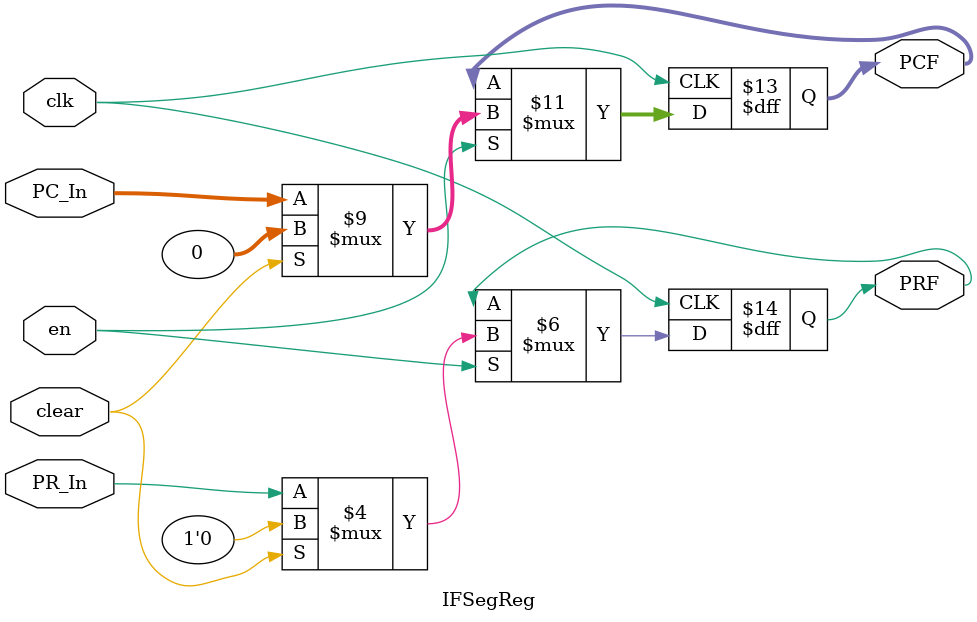
<source format=v>
`timescale 1ns / 1ps

module IFSegReg(
    input wire clk,
    input wire en, clear,
    input wire [31:0] PC_In,
    output reg [31:0] PCF,
    input wire PR_In,
    output reg PRF
    );

    initial begin
        PCF = 0;
        PRF = 0;
    end

    always@(posedge clk)
        if(en) begin
            if(clear) begin
                PCF <= 0;
                PRF <= 0;
            end
            else begin
                PCF <= PC_In;
                PRF <= PR_In;
            end
        end
    
endmodule


</source>
